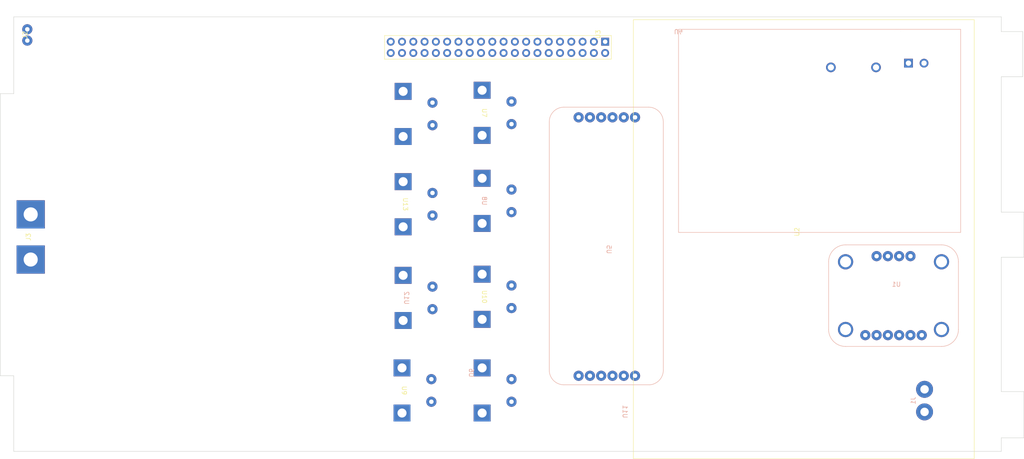
<source format=kicad_pcb>
(kicad_pcb (version 20211014) (generator pcbnew)
  (title_block (title "Lasagna Motherboard PCB Design") (date "2023-01-03") (rev "v0.1") (company "Blueshift Robotics"))
  (layers (0 "F.Cu" signal) (31 "B.Cu" signal) (34 "B.Paste" user) (35 "F.Paste" user) (36 "B.SilkS" user "B.Silkscreen") (37 "F.SilkS" user "F.Silkscreen") (38 "B.Mask" user) (39 "F.Mask" user) (44 "Edge.Cuts" user))
  (net 0 "")
  (net 1 "+12V")
  (net 2 "GND")
  (net 3 "Net-(J2-Pad1)")
  (net 4 "Net-(J2-Pad2)")
  (net 9 "+3V3")
  (net 11 "Net-(U1-Pad8)")
  (net 12 "Net-(U1-Pad9)")
  (net 14 "+5V")
  (net 45 "Net-(U5-Pad13)")
  (net 46 "Net-(U5-Pad16)")
  (net 47 "Net-(U5-Pad19)")
  (net 48 "Net-(U5-Pad22)")
  (net 49 "Net-(U10-Pad3)")
  (net 50 "Net-(U11-Pad3)")
  (net 51 "Net-(U12-Pad3)")
  (net 52 "Net-(U13-Pad3)")
  (footprint "lasagna-motherboard:ESC" (layer "F.Cu") (at 125.984 105.41 -90)
    (fp_text reference "U13" (at 0 -0.5 -90 unlocked) (layer "F.SilkS"))
    (fp_text value "ESC")
    (pad "1" thru_hole rect (at -5.08 0 270) (size 3.81 3.81) (drill 2.032) (layers *.Cu *.Mask) (net 1 "+12V"))
    (pad "2" thru_hole rect (at 5.08 0 270) (size 3.81 3.81) (drill 2.032) (layers *.Cu *.Mask) (net 2 "GND"))
    (pad "3" thru_hole circle (at -2.54 -6.604 90) (size 2.286 2.286) (drill 1) (layers *.Cu *.Mask) (net 52 "Net-(U13-Pad3)"))
    (pad "4" thru_hole circle (at 2.54 -6.604 90) (size 2.286 2.286) (drill 1) (layers *.Cu *.Mask) (net 2 "GND"))
  )
  (footprint "lasagna-motherboard:ESC" (layer "F.Cu") (at 143.764 126.238 -90)
    (fp_text reference "U10" (at 0 -0.5 -90 unlocked) (layer "F.SilkS"))
    (fp_text value "ESC")
    (pad "1" thru_hole rect (at -5.08 0 270) (size 3.81 3.81) (drill 2.032) (layers *.Cu *.Mask) (net 1 "+12V"))
    (pad "2" thru_hole rect (at 5.08 0 270) (size 3.81 3.81) (drill 2.032) (layers *.Cu *.Mask) (net 2 "GND"))
    (pad "3" thru_hole circle (at -2.54 -6.604 90) (size 2.286 2.286) (drill 1) (layers *.Cu *.Mask) (net 49 "Net-(U10-Pad3)"))
    (pad "4" thru_hole circle (at 2.54 -6.604 90) (size 2.286 2.286) (drill 1) (layers *.Cu *.Mask) (net 2 "GND"))
  )
  (footprint "lasagna-motherboard:Jetson_Xavier_NX_2X20_Pin_Header" (layer "F.Cu") (at 147.32 70.104 180)
    (fp_text reference "U3" (at -22.553 2.943 90) (layer "F.SilkS"))
    (fp_text value "Jetson_Xavier_NX_Pins")
    (fp_line (start -25.519 -2.659) (end -25.519 -0.886333) (layer "F.SilkS") (width 0.12))
    (fp_line (start 25.519 2.659) (end 25.519 -2.658999) (layer "F.SilkS") (width 0.12))
    (fp_line (start -25.519 -0.886333) (end -25.519 0.886333) (layer "F.SilkS") (width 0.12))
    (fp_line (start 25.519 -2.658999) (end -25.519 -2.659) (layer "F.SilkS") (width 0.12))
    (fp_line (start -25.519 0.886333) (end -25.519 2.658999) (layer "F.SilkS") (width 0.12))
    (fp_line (start -25.519 2.658999) (end 25.519 2.659) (layer "F.SilkS") (width 0.12))
    (pad "1" thru_hole rect (at -24.13 1.27 180) (size 1.778 1.778) (drill 1) (layers *.Cu *.Mask) (net 9 "+3V3"))
    (pad "2" thru_hole circle (at -24.13 -1.27 180) (size 1.778 1.778) (drill 1) (layers *.Cu *.Mask) (net 14 "+5V"))
    (pad "3" thru_hole circle (at -21.59 1.27 180) (size 1.778 1.778) (drill 1) (layers *.Cu *.Mask))
    (pad "4" thru_hole circle (at -21.59 -1.27 180) (size 1.778 1.778) (drill 1) (layers *.Cu *.Mask) (net 14 "+5V"))
    (pad "5" thru_hole circle (at -19.05 1.27 180) (size 1.778 1.778) (drill 1) (layers *.Cu *.Mask))
    (pad "6" thru_hole circle (at -19.05 -1.27 180) (size 1.778 1.778) (drill 1) (layers *.Cu *.Mask) (net 2 "GND"))
    (pad "7" thru_hole circle (at -16.51 1.27 180) (size 1.778 1.778) (drill 1) (layers *.Cu *.Mask))
    (pad "8" thru_hole circle (at -16.51 -1.27 180) (size 1.778 1.778) (drill 1) (layers *.Cu *.Mask))
    (pad "9" thru_hole circle (at -13.97 -1.27 180) (size 1.778 1.778) (drill 1) (layers *.Cu *.Mask) (net 2 "GND"))
    (pad "10" thru_hole circle (at -13.97 1.27 180) (size 1.778 1.778) (drill 1) (layers *.Cu *.Mask))
    (pad "11" thru_hole circle (at -11.43 -1.27 180) (size 1.778 1.778) (drill 1) (layers *.Cu *.Mask))
    (pad "12" thru_hole circle (at -11.43 1.27 180) (size 1.778 1.778) (drill 1) (layers *.Cu *.Mask))
    (pad "13" thru_hole circle (at -8.89 -1.27 180) (size 1.778 1.778) (drill 1) (layers *.Cu *.Mask))
    (pad "14" thru_hole circle (at -8.89 1.27 180) (size 1.778 1.778) (drill 1) (layers *.Cu *.Mask) (net 2 "GND"))
    (pad "15" thru_hole circle (at -6.35 -1.27 180) (size 1.778 1.778) (drill 1) (layers *.Cu *.Mask))
    (pad "16" thru_hole circle (at -6.35 1.27 180) (size 1.778 1.778) (drill 1) (layers *.Cu *.Mask))
    (pad "17" thru_hole circle (at -3.81 -1.27 180) (size 1.778 1.778) (drill 1) (layers *.Cu *.Mask) (net 9 "+3V3"))
    (pad "18" thru_hole circle (at -3.81 1.27 180) (size 1.778 1.778) (drill 1) (layers *.Cu *.Mask))
    (pad "19" thru_hole circle (at -1.27 -1.27 180) (size 1.778 1.778) (drill 1) (layers *.Cu *.Mask))
    (pad "20" thru_hole circle (at -1.27 1.27 180) (size 1.778 1.778) (drill 1) (layers *.Cu *.Mask) (net 2 "GND"))
    (pad "21" thru_hole circle (at 1.27 -1.27 180) (size 1.778 1.778) (drill 1) (layers *.Cu *.Mask))
    (pad "22" thru_hole circle (at 1.27 1.27 180) (size 1.778 1.778) (drill 1) (layers *.Cu *.Mask))
    (pad "23" thru_hole circle (at 3.81 -1.27 180) (size 1.778 1.778) (drill 1) (layers *.Cu *.Mask))
    (pad "24" thru_hole circle (at 3.81 1.27 180) (size 1.778 1.778) (drill 1) (layers *.Cu *.Mask))
    (pad "25" thru_hole circle (at 6.35 -1.27 180) (size 1.778 1.778) (drill 1) (layers *.Cu *.Mask) (net 2 "GND"))
    (pad "26" thru_hole circle (at 6.35 1.27 180) (size 1.778 1.778) (drill 1) (layers *.Cu *.Mask))
    (pad "27" thru_hole circle (at 8.89 -1.27 180) (size 1.778 1.778) (drill 1) (layers *.Cu *.Mask) (net 11 "Net-(U1-Pad8)"))
    (pad "28" thru_hole circle (at 8.89 1.27 180) (size 1.778 1.778) (drill 1) (layers *.Cu *.Mask) (net 12 "Net-(U1-Pad9)"))
    (pad "29" thru_hole circle (at 11.43 -1.27 180) (size 1.778 1.778) (drill 1) (layers *.Cu *.Mask))
    (pad "30" thru_hole circle (at 11.43 1.27 180) (size 1.778 1.778) (drill 1) (layers *.Cu *.Mask) (net 2 "GND"))
    (pad "31" thru_hole circle (at 13.97 -1.27 180) (size 1.778 1.778) (drill 1) (layers *.Cu *.Mask))
    (pad "32" thru_hole circle (at 13.97 1.27 180) (size 1.778 1.778) (drill 1) (layers *.Cu *.Mask))
    (pad "33" thru_hole circle (at 16.51 -1.27 180) (size 1.778 1.778) (drill 1) (layers *.Cu *.Mask))
    (pad "34" thru_hole circle (at 16.51 1.27 180) (size 1.778 1.778) (drill 1) (layers *.Cu *.Mask) (net 2 "GND"))
    (pad "35" thru_hole circle (at 19.05 -1.27 180) (size 1.778 1.778) (drill 1) (layers *.Cu *.Mask))
    (pad "36" thru_hole circle (at 19.05 1.27 180) (size 1.778 1.778) (drill 1) (layers *.Cu *.Mask))
    (pad "37" thru_hole circle (at 21.59 -1.27 180) (size 1.778 1.778) (drill 1) (layers *.Cu *.Mask))
    (pad "38" thru_hole circle (at 21.59 1.27 180) (size 1.778 1.778) (drill 1) (layers *.Cu *.Mask))
    (pad "39" thru_hole circle (at 24.13 -1.27 180) (size 1.778 1.778) (drill 1) (layers *.Cu *.Mask) (net 2 "GND"))
    (pad "40" thru_hole circle (at 24.13 1.27 180) (size 1.778 1.778) (drill 1) (layers *.Cu *.Mask))
  )
  (footprint "lasagna-motherboard:Jetson_Xavier_NX_Mounting_Holes" (layer "F.Cu") (at 214.63 111.633 90)
    (fp_text reference "U2" (at 0 0 90 unlocked) (layer "F.SilkS"))
    (fp_text value "Jetson_Xavier_NX_Mounting_Holes")
    (fp_rect (start -51.054 -36.83) (end 47.752 39.878) (layer "F.SilkS") (width 0.12) (fill none))
    (pad "" np_thru_hole circle (at 44.946 -35.122 180) (size 1 1) (drill 2.75) (layers F&B.Cu *.Mask))
    (pad "" np_thru_hole circle (at 38.946 22.878 180) (size 1 1) (drill 2.75) (layers F&B.Cu *.Mask))
    (pad "" np_thru_hole circle (at 44.946 22.878 180) (size 1 1) (drill 2.75) (layers F&B.Cu *.Mask))
    (pad "" np_thru_hole circle (at -47.054 22.878 180) (size 1 1) (drill 2.75) (layers F&B.Cu *.Mask))
    (pad "" np_thru_hole circle (at -47.054 -35.122 180) (size 1 1) (drill 2.75) (layers F&B.Cu *.Mask))
    (pad "" np_thru_hole circle (at 38.946 -35.122 180) (size 1 1) (drill 2.75) (layers F&B.Cu *.Mask))
  )
  (footprint "lasagna-motherboard:FathomX_Connector" (layer "F.Cu") (at 41.402 67.31 90)
    (fp_text reference "J2" (at 0 -0.5 90 unlocked) (layer "F.SilkS"))
    (fp_text value "Fathom_X_Connector")
    (pad "1" thru_hole circle (at -1.27 0 270) (size 2.286 2.286) (drill 1) (layers *.Cu *.Mask) (net 3 "Net-(J2-Pad1)"))
    (pad "2" thru_hole circle (at 1.27 0 270) (size 2.286 2.286) (drill 1) (layers *.Cu *.Mask) (net 4 "Net-(J2-Pad2)"))
  )
  (footprint "lasagna-motherboard:ESC" (layer "F.Cu") (at 143.764 84.836 -90)
    (fp_text reference "U7" (at 0 -0.5 -90 unlocked) (layer "F.SilkS"))
    (fp_text value "ESC")
    (pad "1" thru_hole rect (at -5.08 0 270) (size 3.81 3.81) (drill 2.032) (layers *.Cu *.Mask) (net 1 "+12V"))
    (pad "2" thru_hole rect (at 5.08 0 270) (size 3.81 3.81) (drill 2.032) (layers *.Cu *.Mask) (net 2 "GND"))
    (pad "3" thru_hole circle (at -2.54 -6.604 90) (size 2.286 2.286) (drill 1) (layers *.Cu *.Mask) (net 46 "Net-(U5-Pad16)"))
    (pad "4" thru_hole circle (at 2.54 -6.604 90) (size 2.286 2.286) (drill 1) (layers *.Cu *.Mask) (net 2 "GND"))
  )
  (footprint "lasagna-motherboard:ESC" (layer "F.Cu") (at 125.73 147.32 -90)
    (fp_text reference "U9" (at 0 -0.5 -90 unlocked) (layer "F.SilkS"))
    (fp_text value "ESC")
    (pad "1" thru_hole rect (at -5.08 0 270) (size 3.81 3.81) (drill 2.032) (layers *.Cu *.Mask) (net 1 "+12V"))
    (pad "2" thru_hole rect (at 5.08 0 270) (size 3.81 3.81) (drill 2.032) (layers *.Cu *.Mask) (net 2 "GND"))
    (pad "3" thru_hole circle (at -2.54 -6.604 90) (size 2.286 2.286) (drill 1) (layers *.Cu *.Mask) (net 48 "Net-(U5-Pad22)"))
    (pad "4" thru_hole circle (at 2.54 -6.604 90) (size 2.286 2.286) (drill 1) (layers *.Cu *.Mask) (net 2 "GND"))
  )
  (footprint "lasagna-motherboard:Power_Connector" (layer "F.Cu") (at 42.164 112.776 90)
    (fp_text reference "J3" (at 0 -0.5 90 unlocked) (layer "F.SilkS"))
    (fp_text value "Power_Connector")
    (pad "1" thru_hole rect (at -5.08 0 90) (size 6.35 6.35) (drill 3.175) (layers *.Cu *.Mask) (net 1 "+12V"))
    (pad "1" thru_hole rect (at 5.08 0 90) (size 6.35 6.35) (drill 3.175) (layers *.Cu *.Mask) (net 1 "+12V"))
  )
  (footprint "lasagna-motherboard:Adafruit_PCA9685_PWMGen" (layer "B.Cu") (at 170.556123 115.57 90)
    (fp_text reference "U5" (at 0 1.754 270 unlocked) (layer "B.SilkS") (effects (justify mirror)))
    (fp_text value "Adafruit_PCA9685_PWMGen")
    (fp_line (start -27.178 13.979754) (end 28.702 13.97) (layer "B.SilkS") (width 0.12))
    (fp_line (start -30.48 -8.382) (end -30.479999 10.922) (layer "B.SilkS") (width 0.12))
    (fp_line (start -27.178 -11.684) (end 28.702 -11.684) (layer "B.SilkS") (width 0.12))
    (fp_line (start 32.004 10.668) (end 32.004 -8.382) (layer "B.SilkS") (width 0.12))
    (fp_arc (start -30.48 -8.382) (mid -29.512867 -10.716867) (end -27.178 -11.684) (layer "B.SilkS") (width 0.12))
    (fp_arc (start -27.178 13.979754) (mid -29.42817 13.097907) (end -30.479999 10.922) (layer "B.SilkS") (width 0.12))
    (fp_arc (start 32.004 10.668) (mid 31.036867 13.002867) (end 28.702 13.97) (layer "B.SilkS") (width 0.12))
    (fp_arc (start 28.702 -11.684) (mid 31.036867 -10.716867) (end 32.004 -8.382) (layer "B.SilkS") (width 0.12))
    (pad "" np_thru_hole circle (at 28.702 10.668 90) (size 2.5 2.5) (drill 3.302) (layers F&B.Cu *.Mask))
    (pad "" np_thru_hole circle (at 28.702 -8.382 90) (size 2.5 2.5) (drill 3.302) (layers F&B.Cu *.Mask))
    (pad "" np_thru_hole circle (at -27.178 -8.382 90) (size 2.5 2.5) (drill 3.302) (layers F&B.Cu *.Mask))
    (pad "" np_thru_hole circle (at -27.178 10.668 90) (size 2.5 2.5) (drill 3.302) (layers F&B.Cu *.Mask))
    (pad "1" thru_hole circle (at -28.448 7.62) (size 2.286 2.286) (drill 1) (layers *.Cu *.Mask) (net 2 "GND"))
    (pad "2" thru_hole circle (at -28.448 5.08) (size 2.286 2.286) (drill 1) (layers *.Cu *.Mask))
    (pad "3" thru_hole circle (at -28.448 2.54) (size 2.286 2.286) (drill 1) (layers *.Cu *.Mask) (net 12 "Net-(U1-Pad9)"))
    (pad "4" thru_hole circle (at -28.448 0) (size 2.286 2.286) (drill 1) (layers *.Cu *.Mask) (net 11 "Net-(U1-Pad8)"))
    (pad "5" thru_hole circle (at -28.448 -2.54) (size 2.286 2.286) (drill 1) (layers *.Cu *.Mask) (net 9 "+3V3"))
    (pad "6" thru_hole circle (at -28.448 -5.08) (size 2.286 2.286) (drill 1) (layers *.Cu *.Mask))
    (pad "7" thru_hole circle (at 29.718 7.62) (size 2.286 2.286) (drill 1) (layers *.Cu *.Mask) (net 2 "GND"))
    (pad "8" thru_hole circle (at 29.718 5.08) (size 2.286 2.286) (drill 1) (layers *.Cu *.Mask))
    (pad "9" thru_hole circle (at 29.718 2.54) (size 2.286 2.286) (drill 1) (layers *.Cu *.Mask) (net 12 "Net-(U1-Pad9)"))
    (pad "10" thru_hole circle (at 29.718 0) (size 2.286 2.286) (drill 1) (layers *.Cu *.Mask) (net 11 "Net-(U1-Pad8)"))
    (pad "11" thru_hole circle (at 29.718 -2.54) (size 2.286 2.286) (drill 1) (layers *.Cu *.Mask) (net 9 "+3V3"))
    (pad "12" thru_hole circle (at 29.718 -5.08) (size 2.286 2.286) (drill 1) (layers *.Cu *.Mask))
  )
  (footprint "lasagna-motherboard:Jetson Power Connector" (layer "B.Cu") (at 243.332 149.606 -90)
    (fp_text reference "J1" (at 0 2.54 90 unlocked) (layer "B.SilkS") (effects (justify mirror)))
    (fp_text value "Jetson_Power_Connector")
    (pad "1" thru_hole circle (at -2.54 0 270) (size 3.81 3.81) (drill 1.905) (layers *.Cu *.Mask) (net 1 "+12V"))
    (pad "2" thru_hole circle (at 2.54 0 270) (size 3.81 3.81) (drill 1.905) (layers *.Cu *.Mask) (net 2 "GND"))
  )
  (footprint "lasagna-motherboard:ESC" (layer "B.Cu") (at 143.764 104.648 90)
    (fp_text reference "U8" (at 0 0.5 270 unlocked) (layer "B.SilkS") (effects (justify mirror)))
    (fp_text value "ESC")
    (pad "1" thru_hole rect (at -5.08 0 90) (size 3.81 3.81) (drill 2.032) (layers *.Cu *.Mask) (net 1 "+12V"))
    (pad "2" thru_hole rect (at 5.08 0 90) (size 3.81 3.81) (drill 2.032) (layers *.Cu *.Mask) (net 2 "GND"))
    (pad "3" thru_hole circle (at -2.54 6.604 270) (size 2.286 2.286) (drill 1) (layers *.Cu *.Mask) (net 47 "Net-(U5-Pad19)"))
    (pad "4" thru_hole circle (at 2.54 6.604 270) (size 2.286 2.286) (drill 1) (layers *.Cu *.Mask) (net 2 "GND"))
  )
  (footprint "lasagna-motherboard:ESC" (layer "B.Cu") (at 143.764 147.32 90)
    (fp_text reference "U6" (at 3.966 -2.443 270 unlocked) (layer "B.SilkS") (effects (justify mirror)))
    (fp_text value "ESC")
    (pad "1" thru_hole rect (at -5.08 0 90) (size 3.81 3.81) (drill 2.032) (layers *.Cu *.Mask) (net 1 "+12V"))
    (pad "2" thru_hole rect (at 5.08 0 90) (size 3.81 3.81) (drill 2.032) (layers *.Cu *.Mask) (net 2 "GND"))
    (pad "3" thru_hole circle (at -2.54 6.604 270) (size 2.286 2.286) (drill 1) (layers *.Cu *.Mask) (net 45 "Net-(U5-Pad13)"))
    (pad "4" thru_hole circle (at 2.54 6.604 270) (size 2.286 2.286) (drill 1) (layers *.Cu *.Mask) (net 2 "GND"))
  )
  (footprint "lasagna-motherboard:ESC" (layer "B.Cu") (at 125.984 126.492 90)
    (fp_text reference "U12" (at 0 0.762 270 unlocked) (layer "B.SilkS") (effects (justify mirror)))
    (fp_text value "ESC")
    (pad "1" thru_hole rect (at -5.08 0 90) (size 3.81 3.81) (drill 2.032) (layers *.Cu *.Mask) (net 1 "+12V"))
    (pad "2" thru_hole rect (at 5.08 0 90) (size 3.81 3.81) (drill 2.032) (layers *.Cu *.Mask) (net 2 "GND"))
    (pad "3" thru_hole circle (at -2.54 6.604 270) (size 2.286 2.286) (drill 1) (layers *.Cu *.Mask) (net 51 "Net-(U12-Pad3)"))
    (pad "4" thru_hole circle (at 2.54 6.604 270) (size 2.286 2.286) (drill 1) (layers *.Cu *.Mask) (net 2 "GND"))
  )
  (footprint "lasagna-motherboard:FathomX" (layer "B.Cu") (at 219.71 88.9)
    (fp_text reference "U4" (at -31.75 -22.36 180 unlocked) (layer "B.SilkS") (effects (justify mirror)))
    (fp_text value "FathomX")
    (fp_rect (start 31.75 -22.86) (end -31.75 22.86) (layer "B.SilkS") (width 0.12) (fill none))
    (pad "" np_thru_hole circle (at -28.575 19.685) (size 3.302 3.302) (drill 3.302) (layers F&B.Cu *.Mask))
    (pad "" np_thru_hole circle (at 28.575 19.685) (size 3.302 3.302) (drill 3.302) (layers F&B.Cu *.Mask))
    (pad "" np_thru_hole circle (at 28.575 -19.685) (size 3.302 3.302) (drill 3.302) (layers F&B.Cu *.Mask))
    (pad "" np_thru_hole circle (at -28.575 -19.685) (size 3.302 3.302) (drill 3.302) (layers F&B.Cu *.Mask))
    (pad "0" smd roundrect (at -17.78 -12.7) (size 0.001 0.001) (layers "B.Cu" "B.Paste" "B.Mask"))
    (pad "1" smd roundrect (at -27.94 -13.97) (size 0.001 0.001) (layers "B.Cu" "B.Paste" "B.Mask") (net 3 "Net-(J2-Pad1)"))
    (pad "1" thru_hole circle (at 2.54 -14.288) (size 2.184 2.184) (drill 1.397) (layers *.Cu *.Mask) (net 3 "Net-(J2-Pad1)"))
    (pad "2" thru_hole circle (at 12.7 -14.288) (size 2.184 2.184) (drill 1.397) (layers *.Cu *.Mask) (net 4 "Net-(J2-Pad2)"))
    (pad "3" thru_hole rect (at 20.002 -15.24) (size 1.981 1.981) (drill 1.2) (layers *.Cu *.Mask) (net 2 "GND"))
    (pad "4" thru_hole circle (at 23.503 -15.24) (size 1.981 1.981) (drill 1.2) (layers *.Cu *.Mask) (net 1 "+12V"))
  )
  (footprint "lasagna-motherboard:Adafruit_BNO055_IMU" (layer "B.Cu") (at 236.982 125.984 180)
    (fp_text reference "U1" (at 0 2.54 unlocked) (layer "B.SilkS") (effects (justify mirror)))
    (fp_text value "Adafruit_BNO055_IMU")
    (fp_line (start -10.16 11.43) (end 11.43 11.43) (layer "B.SilkS") (width 0.12))
    (fp_line (start 11.43 -11.43) (end -10.16 -11.43) (layer "B.SilkS") (width 0.12))
    (fp_line (start 15.24 7.62) (end 15.24 -7.62) (layer "B.SilkS") (width 0.12))
    (fp_line (start -13.97 -7.62) (end -13.97 7.62) (layer "B.SilkS") (width 0.12))
    (fp_arc (start -10.16 11.43) (mid -12.854077 10.314077) (end -13.97 7.62) (layer "B.SilkS") (width 0.12))
    (fp_arc (start -13.97 -7.62) (mid -12.854077 -10.314077) (end -10.16 -11.43) (layer "B.SilkS") (width 0.12))
    (fp_arc (start 15.24 7.62) (mid 14.124077 10.314077) (end 11.43 11.43) (layer "B.SilkS") (width 0.12))
    (fp_arc (start 11.43 -11.43) (mid 14.124077 -10.314077) (end 15.24 -7.62) (layer "B.SilkS") (width 0.12))
    (pad "" np_thru_hole circle (at 11.43 7.62 180) (size 3.429 3.429) (drill 2.5) (layers F&B.Cu *.Mask))
    (pad "" np_thru_hole circle (at -10.16 -7.62 180) (size 3.429 3.429) (drill 2.5) (layers F&B.Cu *.Mask))
    (pad "" np_thru_hole circle (at 11.43 -7.62 180) (size 3.429 3.429) (drill 2.5) (layers F&B.Cu *.Mask))
    (pad "" np_thru_hole circle (at -10.16 7.62 180) (size 3.429 3.429) (drill 2.5) (layers F&B.Cu *.Mask))
    (pad "1" thru_hole circle (at -3.175 8.89 180) (size 2.286 2.286) (drill 1) (layers *.Cu *.Mask))
    (pad "2" thru_hole circle (at -0.635 8.89 180) (size 2.286 2.286) (drill 1) (layers *.Cu *.Mask))
    (pad "3" thru_hole circle (at 1.905 8.89 180) (size 2.286 2.286) (drill 1) (layers *.Cu *.Mask))
    (pad "4" thru_hole circle (at 4.445 8.89 180) (size 2.286 2.286) (drill 1) (layers *.Cu *.Mask))
    (pad "5" thru_hole circle (at -5.715 -8.89 180) (size 2.286 2.286) (drill 1) (layers *.Cu *.Mask) (net 9 "+3V3"))
    (pad "6" thru_hole circle (at -3.175 -8.89 180) (size 2.286 2.286) (drill 1) (layers *.Cu *.Mask))
    (pad "7" thru_hole circle (at -0.635 -8.89 180) (size 2.286 2.286) (drill 1) (layers *.Cu *.Mask) (net 2 "GND"))
    (pad "8" thru_hole circle (at 1.905 -8.89 180) (size 2.286 2.286) (drill 1) (layers *.Cu *.Mask) (net 11 "Net-(U1-Pad8)"))
    (pad "9" thru_hole circle (at 4.445 -8.89 180) (size 2.286 2.286) (drill 1) (layers *.Cu *.Mask) (net 12 "Net-(U1-Pad9)"))
    (pad "10" thru_hole circle (at 6.985 -8.89 180) (size 2.286 2.286) (drill 1) (layers *.Cu *.Mask))
  )
  (footprint "lasagna-motherboard:ESC" (layer "B.Cu") (at 125.984 85.09 90)
    (fp_text reference "U11" (at -66.98 49.928 270 unlocked) (layer "B.SilkS") (effects (justify mirror)))
    (fp_text value "ESC")
    (pad "1" thru_hole rect (at -5.08 0 90) (size 3.81 3.81) (drill 2.032) (layers *.Cu *.Mask) (net 1 "+12V"))
    (pad "2" thru_hole rect (at 5.08 0 90) (size 3.81 3.81) (drill 2.032) (layers *.Cu *.Mask) (net 2 "GND"))
    (pad "3" thru_hole circle (at -2.54 6.604 270) (size 2.286 2.286) (drill 1) (layers *.Cu *.Mask) (net 50 "Net-(U11-Pad3)"))
    (pad "4" thru_hole circle (at 2.54 6.604 270) (size 2.286 2.286) (drill 1) (layers *.Cu *.Mask) (net 2 "GND"))
  )
  (gr_line (start 265.684 147.574) (end 260.604 147.574) (layer "Edge.Cuts") (width 0.1))
  (gr_line (start 265.684 157.988) (end 265.684 147.574) (layer "Edge.Cuts") (width 0.1))
  (gr_line (start 265.43 66.548) (end 260.604 66.548) (layer "Edge.Cuts") (width 0.1))
  (gr_line (start 38.354 161.036) (end 260.604 161.036) (layer "Edge.Cuts") (width 0.1))
  (gr_line (start 38.354 80.518) (end 35.306 80.518) (layer "Edge.Cuts") (width 0.1))
  (gr_line (start 265.43 76.708) (end 265.43 66.548) (layer "Edge.Cuts") (width 0.1))
  (gr_line (start 38.354 144.018) (end 38.354 161.036) (layer "Edge.Cuts") (width 0.1))
  (gr_line (start 260.604 66.548) (end 260.604 63.246) (layer "Edge.Cuts") (width 0.1))
  (gr_line (start 260.604 117.348) (end 265.684 117.348) (layer "Edge.Cuts") (width 0.1))
  (gr_line (start 35.306 144.018) (end 38.354 144.018) (layer "Edge.Cuts") (width 0.1))
  (gr_line (start 265.684 117.348) (end 265.684 107.188) (layer "Edge.Cuts") (width 0.1))
  (gr_line (start 260.604 107.188) (end 260.604 76.708) (layer "Edge.Cuts") (width 0.1))
  (gr_line (start 265.684 107.188) (end 260.604 107.188) (layer "Edge.Cuts") (width 0.1))
  (gr_line (start 38.354 63.246) (end 38.354 80.518) (layer "Edge.Cuts") (width 0.1))
  (gr_line (start 260.604 157.988) (end 265.684 157.988) (layer "Edge.Cuts") (width 0.1))
  (gr_line (start 260.604 76.708) (end 265.43 76.708) (layer "Edge.Cuts") (width 0.1))
  (gr_line (start 260.604 161.036) (end 260.604 157.988) (layer "Edge.Cuts") (width 0.1))
  (gr_line (start 35.306 80.518) (end 35.306 144.018) (layer "Edge.Cuts") (width 0.1))
  (gr_line (start 260.604 147.574) (end 260.604 117.348) (layer "Edge.Cuts") (width 0.1))
  (gr_line (start 260.604 63.246) (end 38.354 63.246) (layer "Edge.Cuts") (width 0.1))
)
</source>
